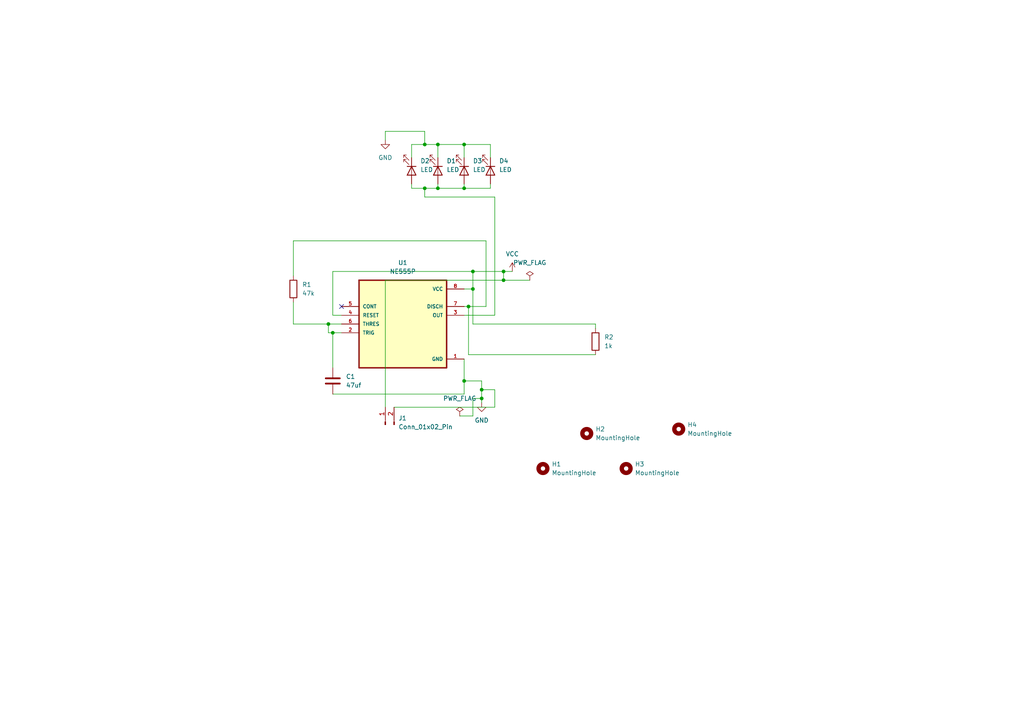
<source format=kicad_sch>
(kicad_sch (version 20230121) (generator eeschema)
  (paper "A4")
  (lib_symbols
    (symbol "Connector:Conn_01x02_Pin" (pin_names (offset 1.016) hide)
      (property "Reference" "J" (at 0 2.54 0))
      (property "Value" "Conn_01x02_Pin" (at 0 -5.08 0))
      (symbol "Conn_01x02_Pin_1_1"
        (polyline (pts (xy 1.27 -2.54) (xy 0.8636 -2.54)) (stroke (width 0.1524)))
        (polyline (pts (xy 1.27 0) (xy 0.8636 0)) (stroke (width 0.1524)))
        (rectangle (start 0.8636 -2.413) (end 0 -2.667) (stroke (width 0.1524)) (fill (type outline)))
        (rectangle (start 0.8636 0.127) (end 0 -0.127) (stroke (width 0.1524)) (fill (type outline)))
        (pin passive line (at 5.08 0 180) (length 3.81) (name "Pin_1") (number "1"))
        (pin passive line (at 5.08 -2.54 180) (length 3.81) (name "Pin_2") (number "2"))
      )
    )
    (symbol "Device:C" (pin_numbers hide) (pin_names (offset 0.254))
      (property "Reference" "C" (at 0.635 2.54 0))
      (property "Value" "C" (at 0.635 -2.54 0))
      (symbol "C_0_1"
        (polyline (pts (xy -2.032 -0.762) (xy 2.032 -0.762)) (stroke (width 0.508)))
        (polyline (pts (xy -2.032 0.762) (xy 2.032 0.762)) (stroke (width 0.508)))
      )
      (symbol "C_1_1"
        (pin passive line (at 0 3.81 270) (length 2.794) (name "~") (number "1"))
        (pin passive line (at 0 -3.81 90) (length 2.794) (name "~") (number "2"))
      )
    )
    (symbol "Device:LED" (pin_numbers hide) (pin_names (offset 1.016) hide)
      (property "Reference" "D" (at 0 2.54 0))
      (property "Value" "LED" (at 0 -2.54 0))
      (symbol "LED_0_1"
        (polyline (pts (xy -1.27 -1.27) (xy -1.27 1.27)) (stroke (width 0.254)))
        (polyline (pts (xy -1.27 0) (xy 1.27 0)))
        (polyline (pts (xy 1.27 -1.27) (xy 1.27 1.27) (xy -1.27 0) (xy 1.27 -1.27)) (stroke (width 0.254)))
        (polyline (pts (xy -3.048 -0.762) (xy -4.572 -2.286) (xy -3.81 -2.286) (xy -4.572 -2.286) (xy -4.572 -1.524)))
        (polyline (pts (xy -1.778 -0.762) (xy -3.302 -2.286) (xy -2.54 -2.286) (xy -3.302 -2.286) (xy -3.302 -1.524)))
      )
      (symbol "LED_1_1"
        (pin passive line (at -3.81 0 0) (length 2.54) (name "K") (number "1"))
        (pin passive line (at 3.81 0 180) (length 2.54) (name "A") (number "2"))
      )
    )
    (symbol "Device:R" (pin_numbers hide) (pin_names (offset 0))
      (property "Reference" "R" (at 2.032 0 90))
      (property "Value" "R" (at 0 0 90))
      (symbol "R_0_1"
        (rectangle (start -1.016 -2.54) (end 1.016 2.54) (stroke (width 0.254)))
      )
      (symbol "R_1_1"
        (pin passive line (at 0 3.81 270) (length 1.27) (name "~") (number "1"))
        (pin passive line (at 0 -3.81 90) (length 1.27) (name "~") (number "2"))
      )
    )
    (symbol "Mechanical:MountingHole" (pin_names (offset 1.016))
      (property "Reference" "H" (at 0 5.08 0))
      (property "Value" "MountingHole" (at 0 3.175 0))
      (symbol "MountingHole_0_1"
        (circle (center 0 0) (radius 1.27) (stroke (width 1.27)))
      )
    )
    (symbol "NE555P:NE555P" (pin_names (offset 1.016))
      (property "Reference" "U" (at -12.7 13.7 0))
      (property "Value" "NE555P" (at -12.7 -16.7 0))
      (symbol "NE555P_0_0"
        (rectangle (start -12.7 -12.7) (end 12.7 12.7) (stroke (width 0.41)) (fill (type background)))
        (pin power_in line (at 17.78 -10.16 180) (length 5.08) (name "GND") (number "1"))
        (pin input line (at -17.78 -2.54 0) (length 5.08) (name "TRIG") (number "2"))
        (pin output line (at 17.78 2.54 180) (length 5.08) (name "OUT") (number "3"))
        (pin input line (at -17.78 2.54 0) (length 5.08) (name "RESET") (number "4"))
        (pin input line (at -17.78 5.08 0) (length 5.08) (name "CONT") (number "5"))
        (pin input line (at -17.78 0 0) (length 5.08) (name "THRES") (number "6"))
        (pin output line (at 17.78 5.08 180) (length 5.08) (name "DISCH") (number "7"))
        (pin power_in line (at 17.78 10.16 180) (length 5.08) (name "VCC") (number "8"))
      )
    )
    (symbol "power:GND" (power) (pin_names (offset 0))
      (property "Value" "GND" (at 0 -3.81 0))
      (symbol "GND_0_1"
        (polyline (pts (xy 0 0) (xy 0 -1.27) (xy 1.27 -1.27) (xy 0 -2.54) (xy -1.27 -1.27) (xy 0 -1.27)))
      )
      (symbol "GND_1_1"
        (pin power_in line (at 0 0 270) (length 0) hide (name "GND") (number "1"))
      )
    )
    (symbol "power:PWR_FLAG" (power) (pin_numbers hide) (pin_names (offset 0) hide)
      (property "Value" "PWR_FLAG" (at 0 3.81 0))
      (symbol "PWR_FLAG_0_0"
        (pin power_out line (at 0 0 90) (length 0) (name "pwr") (number "1"))
      )
      (symbol "PWR_FLAG_0_1"
        (polyline (pts (xy 0 0) (xy 0 1.27) (xy -1.016 1.905) (xy 0 2.54) (xy 1.016 1.905) (xy 0 1.27)))
      )
    )
    (symbol "power:VCC" (power) (pin_names (offset 0))
      (property "Value" "VCC" (at 0 3.81 0))
      (symbol "VCC_0_1"
        (polyline (pts (xy -0.762 1.27) (xy 0 2.54)))
        (polyline (pts (xy 0 0) (xy 0 2.54)))
        (polyline (pts (xy 0 2.54) (xy 0.762 1.27)))
      )
      (symbol "VCC_1_1"
        (pin power_in line (at 0 0 90) (length 0) hide (name "VCC") (number "1"))
      )
    )
  )
  (junction (at 139.7 113.03))
  (junction (at 146.05 78.74))
  (junction (at 137.16 83.82))
  (junction (at 95.25 93.98))
  (junction (at 135.89 88.9))
  (junction (at 127 54.61))
  (junction (at 134.62 54.61))
  (junction (at 123.19 41.91))
  (junction (at 146.05 81.28))
  (junction (at 137.16 78.74))
  (junction (at 134.62 110.49))
  (junction (at 134.62 41.91))
  (junction (at 139.7 115.57))
  (junction (at 123.19 54.61))
  (junction (at 96.52 96.52))
  (junction (at 127 41.91))
  (no_connect (at 99.06 88.9))
  (wire (pts (xy 172.72 95.25) (xy 172.72 93.98)))
  (wire (pts (xy 142.24 41.91) (xy 142.24 45.72)))
  (wire (pts (xy 85.09 93.98) (xy 95.25 93.98)))
  (wire (pts (xy 119.38 41.91) (xy 123.19 41.91)))
  (wire (pts (xy 85.09 87.63) (xy 85.09 93.98)))
  (wire (pts (xy 96.52 78.74) (xy 96.52 91.44)))
  (wire (pts (xy 134.62 41.91) (xy 134.62 45.72)))
  (wire (pts (xy 143.51 118.11) (xy 143.51 113.03)))
  (wire (pts (xy 137.16 120.65) (xy 137.16 115.57)))
  (wire (pts (xy 95.25 96.52) (xy 96.52 96.52)))
  (wire (pts (xy 172.72 102.87) (xy 135.89 102.87)))
  (wire (pts (xy 146.05 81.28) (xy 146.05 78.74)))
  (wire (pts (xy 134.62 54.61) (xy 127 54.61)))
  (wire (pts (xy 134.62 114.3) (xy 134.62 110.49)))
  (wire (pts (xy 96.52 114.3) (xy 134.62 114.3)))
  (wire (pts (xy 127 41.91) (xy 134.62 41.91)))
  (wire (pts (xy 127 54.61) (xy 127 53.34)))
  (wire (pts (xy 143.51 113.03) (xy 139.7 113.03)))
  (wire (pts (xy 111.76 81.28) (xy 146.05 81.28)))
  (wire (pts (xy 96.52 91.44) (xy 99.06 91.44)))
  (wire (pts (xy 85.09 69.85) (xy 140.97 69.85)))
  (wire (pts (xy 96.52 96.52) (xy 99.06 96.52)))
  (wire (pts (xy 123.19 38.1) (xy 123.19 41.91)))
  (wire (pts (xy 140.97 69.85) (xy 140.97 88.9)))
  (wire (pts (xy 96.52 96.52) (xy 96.52 106.68)))
  (wire (pts (xy 137.16 93.98) (xy 137.16 83.82)))
  (wire (pts (xy 134.62 41.91) (xy 142.24 41.91)))
  (wire (pts (xy 123.19 57.15) (xy 123.19 54.61)))
  (wire (pts (xy 153.67 81.28) (xy 146.05 81.28)))
  (wire (pts (xy 119.38 54.61) (xy 123.19 54.61)))
  (wire (pts (xy 119.38 53.34) (xy 119.38 54.61)))
  (wire (pts (xy 143.51 91.44) (xy 143.51 57.15)))
  (wire (pts (xy 123.19 54.61) (xy 127 54.61)))
  (wire (pts (xy 134.62 53.34) (xy 134.62 54.61)))
  (wire (pts (xy 134.62 88.9) (xy 135.89 88.9)))
  (wire (pts (xy 135.89 102.87) (xy 135.89 88.9)))
  (wire (pts (xy 99.06 93.98) (xy 95.25 93.98)))
  (wire (pts (xy 127 41.91) (xy 127 45.72)))
  (wire (pts (xy 142.24 54.61) (xy 134.62 54.61)))
  (wire (pts (xy 137.16 115.57) (xy 139.7 115.57)))
  (wire (pts (xy 146.05 78.74) (xy 137.16 78.74)))
  (wire (pts (xy 123.19 41.91) (xy 127 41.91)))
  (wire (pts (xy 142.24 53.34) (xy 142.24 54.61)))
  (wire (pts (xy 135.89 88.9) (xy 140.97 88.9)))
  (wire (pts (xy 172.72 93.98) (xy 137.16 93.98)))
  (wire (pts (xy 134.62 91.44) (xy 143.51 91.44)))
  (wire (pts (xy 96.52 78.74) (xy 137.16 78.74)))
  (wire (pts (xy 134.62 110.49) (xy 134.62 104.14)))
  (wire (pts (xy 85.09 80.01) (xy 85.09 69.85)))
  (wire (pts (xy 95.25 93.98) (xy 95.25 96.52)))
  (wire (pts (xy 139.7 116.84) (xy 139.7 115.57)))
  (wire (pts (xy 111.76 118.11) (xy 111.76 81.28)))
  (wire (pts (xy 133.35 120.65) (xy 137.16 120.65)))
  (wire (pts (xy 137.16 78.74) (xy 137.16 83.82)))
  (wire (pts (xy 119.38 45.72) (xy 119.38 41.91)))
  (wire (pts (xy 139.7 115.57) (xy 139.7 113.03)))
  (wire (pts (xy 111.76 38.1) (xy 123.19 38.1)))
  (wire (pts (xy 123.19 57.15) (xy 143.51 57.15)))
  (wire (pts (xy 114.3 118.11) (xy 143.51 118.11)))
  (wire (pts (xy 139.7 113.03) (xy 139.7 110.49)))
  (wire (pts (xy 111.76 38.1) (xy 111.76 40.64)))
  (wire (pts (xy 139.7 110.49) (xy 134.62 110.49)))
  (wire (pts (xy 137.16 83.82) (xy 134.62 83.82)))
  (wire (pts (xy 148.59 78.74) (xy 146.05 78.74)))
  (symbol (lib_id "Mechanical:MountingHole") (at 181.61 135.89 0) (unit 1)
    (property "Reference" "H3" (at 184.15 134.62 0) (effects (justify left)))
    (property "Value" "MountingHole" (at 184.15 137.16 0) (effects (justify left)))
    (property "Footprint" "MountingHole:MountingHole_2.5mm" (effects hide))
  )
  (symbol (lib_id "Device:LED") (at 142.24 49.53 270) (unit 1)
    (property "Reference" "D4" (at 144.78 46.6725 90) (effects (justify left)))
    (property "Value" "LED" (at 144.78 49.2125 90) (effects (justify left)))
    (property "Footprint" "LED_THT:LED_D3.0mm" (effects hide))
  )
  (symbol (lib_id "Device:LED") (at 127 49.53 270) (unit 1)
    (property "Reference" "D1" (at 129.54 46.6725 90) (effects (justify left)))
    (property "Value" "LED" (at 129.54 49.2125 90) (effects (justify left)))
    (property "Footprint" "LED_THT:LED_D3.0mm" (effects hide))
  )
  (symbol (lib_id "power:PWR_FLAG") (at 153.67 81.28 0) (unit 1)
    (property "Reference" "#FLG01" (effects hide))
    (property "Value" "PWR_FLAG" (at 153.67 76.2 0))
  )
  (symbol (lib_id "NE555P:NE555P") (at 116.84 93.98 0) (unit 1)
    (property "Reference" "U1" (at 116.84 76.2 0))
    (property "Value" "NE555P" (at 116.84 78.74 0))
    (property "Footprint" "NE555P:DIP794W45P254L959H508Q8" (effects hide))
    (property "MF" "Texas Instruments" (effects hide))
    (property "Description" "\nSingle Precision Timer\n" (effects hide))
    (property "Package" "PDIP-8 Texas" (effects hide))
    (property "Price" "None" (effects hide))
    (property "SnapEDA_Link" "https://www.snapeda.com/parts/NE555P/Texas+Instruments/view-part/?ref=snap" (effects hide))
    (property "MP" "NE555P" (effects hide))
    (property "Purchase-URL" "https://www.snapeda.com/api/url_track_click_mouser/?unipart_id=51275&manufacturer=Texas Instruments&part_name=NE555P&search_term=None" (effects hide))
    (property "Availability" "In Stock" (effects hide))
    (property "Check_prices" "https://www.snapeda.com/parts/NE555P/Texas+Instruments/view-part/?ref=eda" (effects hide))
  )
  (symbol (lib_id "Connector:Conn_01x02_Pin") (at 111.76 123.19 90) (unit 1)
    (property "Reference" "J1" (at 115.57 121.285 90) (effects (justify right)))
    (property "Value" "Conn_01x02_Pin" (at 115.57 123.825 90) (effects (justify right)))
    (property "Footprint" "Connector_PinHeader_2.54mm:PinHeader_1x02_P2.54mm_Vertical" (effects hide))
  )
  (symbol (lib_id "Device:R") (at 172.72 99.06 180) (unit 1)
    (property "Reference" "R2" (at 175.26 97.79 0) (effects (justify right)))
    (property "Value" "1k" (at 175.26 100.33 0) (effects (justify right)))
    (property "Footprint" "Resistor_THT:R_Axial_DIN0207_L6.3mm_D2.5mm_P10.16mm_Horizontal" (effects hide))
  )
  (symbol (lib_id "Mechanical:MountingHole") (at 196.85 124.46 0) (unit 1)
    (property "Reference" "H4" (at 199.39 123.19 0) (effects (justify left)))
    (property "Value" "MountingHole" (at 199.39 125.73 0) (effects (justify left)))
    (property "Footprint" "MountingHole:MountingHole_2.5mm" (effects hide))
  )
  (symbol (lib_id "Device:LED") (at 134.62 49.53 270) (unit 1)
    (property "Reference" "D3" (at 137.16 46.6725 90) (effects (justify left)))
    (property "Value" "LED" (at 137.16 49.2125 90) (effects (justify left)))
    (property "Footprint" "LED_THT:LED_D3.0mm" (effects hide))
  )
  (symbol (lib_id "Device:C") (at 96.52 110.49 0) (unit 1)
    (property "Reference" "C1" (at 100.33 109.22 0) (effects (justify left)))
    (property "Value" "47uf" (at 100.33 111.76 0) (effects (justify left)))
    (property "Footprint" "Capacitor_THT:CP_Radial_D12.5mm_P5.00mm" (effects hide))
  )
  (symbol (lib_id "Mechanical:MountingHole") (at 157.48 135.89 0) (unit 1)
    (property "Reference" "H1" (at 160.02 134.62 0) (effects (justify left)))
    (property "Value" "MountingHole" (at 160.02 137.16 0) (effects (justify left)))
    (property "Footprint" "MountingHole:MountingHole_2.5mm" (effects hide))
  )
  (symbol (lib_id "power:PWR_FLAG") (at 133.35 120.65 0) (unit 1)
    (property "Reference" "#FLG02" (effects hide))
    (property "Value" "PWR_FLAG" (at 133.35 115.57 0))
  )
  (symbol (lib_id "power:GND") (at 139.7 116.84 0) (unit 1)
    (property "Reference" "#PWR01" (effects hide))
    (property "Value" "GND" (at 139.7 121.92 0))
  )
  (symbol (lib_id "power:VCC") (at 148.59 78.74 0) (unit 1)
    (property "Reference" "#PWR03" (effects hide))
    (property "Value" "VCC" (at 148.59 73.66 0))
  )
  (symbol (lib_id "Device:R") (at 85.09 83.82 0) (unit 1)
    (property "Reference" "R1" (at 87.63 82.55 0) (effects (justify left)))
    (property "Value" "47k" (at 87.63 85.09 0) (effects (justify left)))
    (property "Footprint" "Resistor_THT:R_Axial_DIN0207_L6.3mm_D2.5mm_P10.16mm_Horizontal" (effects hide))
  )
  (symbol (lib_id "Mechanical:MountingHole") (at 170.18 125.73 0) (unit 1)
    (property "Reference" "H2" (at 172.72 124.46 0) (effects (justify left)))
    (property "Value" "MountingHole" (at 172.72 127 0) (effects (justify left)))
    (property "Footprint" "MountingHole:MountingHole_2.5mm" (effects hide))
  )
  (symbol (lib_id "Device:LED") (at 119.38 49.53 270) (unit 1)
    (property "Reference" "D2" (at 121.92 46.6725 90) (effects (justify left)))
    (property "Value" "LED" (at 121.92 49.2125 90) (effects (justify left)))
    (property "Footprint" "LED_THT:LED_D3.0mm" (effects hide))
  )
  (symbol (lib_id "power:GND") (at 111.76 40.64 0) (unit 1)
    (property "Reference" "#PWR02" (effects hide))
    (property "Value" "GND" (at 111.76 45.72 0))
  )
)
</source>
